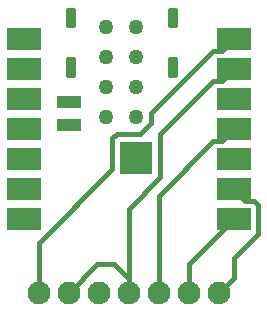
<source format=gbr>
G04 EAGLE Gerber RS-274X export*
G75*
%MOMM*%
%FSLAX34Y34*%
%LPD*%
%INTop Copper*%
%IPPOS*%
%AMOC8*
5,1,8,0,0,1.08239X$1,22.5*%
G01*
G04 Define Apertures*
%ADD10R,2.921000X1.905000*%
%ADD11R,2.032000X1.016000*%
%ADD12C,1.270000*%
%ADD13C,0.444500*%
%ADD14R,2.794000X2.794000*%
%ADD15C,1.930400*%
%ADD16C,0.406400*%
D10*
X76200Y266700D03*
X76200Y241300D03*
X76200Y215900D03*
X76200Y190500D03*
X76200Y165100D03*
X76200Y139700D03*
X76200Y114300D03*
X254000Y114300D03*
X254000Y139700D03*
X254000Y165100D03*
X254000Y190500D03*
X254000Y215900D03*
X254000Y241300D03*
X254000Y266700D03*
D11*
X114300Y213360D03*
X114300Y194310D03*
D12*
X146050Y276860D03*
X146050Y251460D03*
X146050Y226060D03*
X171450Y226060D03*
X171450Y251460D03*
X171450Y276860D03*
D13*
X118047Y291910D02*
X113601Y291910D01*
X118047Y291910D02*
X118047Y278574D01*
X113601Y278574D01*
X113601Y291910D01*
X113601Y282797D02*
X118047Y282797D01*
X118047Y287020D02*
X113601Y287020D01*
X113601Y291243D02*
X118047Y291243D01*
X118047Y250000D02*
X113601Y250000D01*
X118047Y250000D02*
X118047Y236664D01*
X113601Y236664D01*
X113601Y250000D01*
X113601Y240887D02*
X118047Y240887D01*
X118047Y245110D02*
X113601Y245110D01*
X113601Y249333D02*
X118047Y249333D01*
X199961Y250000D02*
X204407Y250000D01*
X204407Y236664D01*
X199961Y236664D01*
X199961Y250000D01*
X199961Y240887D02*
X204407Y240887D01*
X204407Y245110D02*
X199961Y245110D01*
X199961Y249333D02*
X204407Y249333D01*
X204407Y291910D02*
X199961Y291910D01*
X204407Y291910D02*
X204407Y278574D01*
X199961Y278574D01*
X199961Y291910D01*
X199961Y282797D02*
X204407Y282797D01*
X204407Y287020D02*
X199961Y287020D01*
X199961Y291243D02*
X204407Y291243D01*
D14*
X171450Y166370D03*
D12*
X146050Y200660D03*
X171450Y200660D03*
D15*
X88900Y51816D03*
X114300Y51816D03*
X139700Y51816D03*
X165100Y51816D03*
X190500Y51816D03*
X215900Y51816D03*
X241300Y51816D03*
D16*
X244221Y256921D02*
X254000Y266700D01*
X244221Y256921D02*
X236870Y256921D01*
X154955Y186436D02*
X151384Y182865D01*
X88900Y94249D02*
X88900Y51816D01*
X183896Y203947D02*
X236870Y256921D01*
X183896Y203947D02*
X183896Y195505D01*
X174827Y186436D01*
X154955Y186436D01*
X151384Y182865D02*
X151384Y156733D01*
X88900Y94249D01*
X236870Y231521D02*
X244221Y231521D01*
X254000Y241300D01*
X165100Y123459D02*
X165100Y51816D01*
X165100Y123459D02*
X191516Y149875D01*
X191516Y186167D01*
X236870Y231521D01*
X138684Y76200D02*
X114300Y51816D01*
X138684Y76200D02*
X152400Y76200D01*
X165100Y63500D01*
X165100Y51816D01*
X236870Y180721D02*
X244221Y180721D01*
X254000Y190500D01*
X190500Y134351D02*
X190500Y51816D01*
X190500Y134351D02*
X236870Y180721D01*
X215900Y76200D02*
X215900Y51816D01*
X215900Y76200D02*
X254000Y114300D01*
X254000Y64516D02*
X241300Y51816D01*
X274701Y102250D02*
X274701Y126350D01*
X271130Y129921D01*
X254000Y81549D02*
X254000Y64516D01*
X263779Y129921D02*
X271130Y129921D01*
X263779Y129921D02*
X254000Y139700D01*
X274701Y102250D02*
X254000Y81549D01*
M02*

</source>
